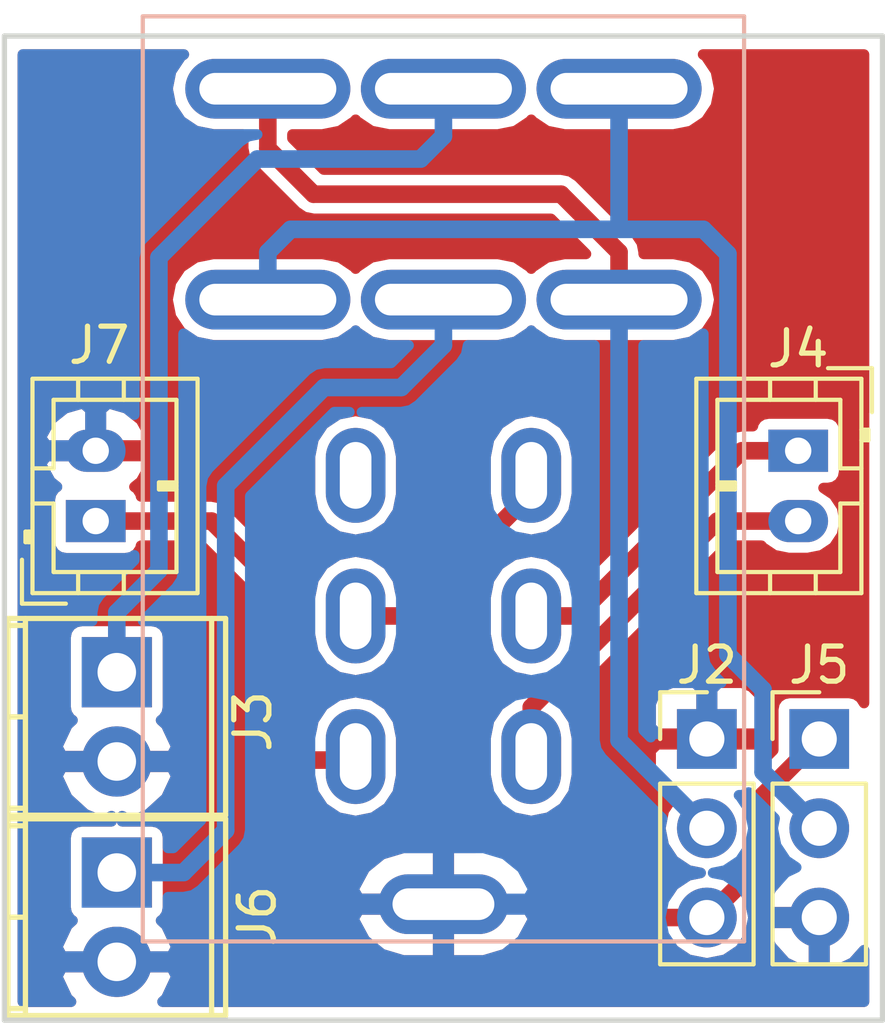
<source format=kicad_pcb>
(kicad_pcb (version 4) (host pcbnew 4.0.4-1.fc24-product)

  (general
    (links 17)
    (no_connects 0)
    (area 102.62412 68.674999 133.04762 99.917619)
    (thickness 1.6)
    (drawings 8)
    (tracks 59)
    (zones 0)
    (modules 7)
    (nets 11)
  )

  (page A4)
  (layers
    (0 F.Cu signal)
    (31 B.Cu signal)
    (32 B.Adhes user)
    (33 F.Adhes user)
    (34 B.Paste user)
    (35 F.Paste user)
    (36 B.SilkS user)
    (37 F.SilkS user)
    (38 B.Mask user)
    (39 F.Mask user)
    (40 Dwgs.User user)
    (41 Cmts.User user)
    (42 Eco1.User user)
    (43 Eco2.User user)
    (44 Edge.Cuts user)
    (45 Margin user)
    (46 B.CrtYd user)
    (47 F.CrtYd user)
    (48 B.Fab user)
    (49 F.Fab user)
  )

  (setup
    (last_trace_width 0.5)
    (trace_clearance 0.3)
    (zone_clearance 0.3)
    (zone_45_only no)
    (trace_min 0.5)
    (segment_width 0.2)
    (edge_width 0.15)
    (via_size 0.6)
    (via_drill 0.4)
    (via_min_size 0.4)
    (via_min_drill 0.3)
    (uvia_size 0.3)
    (uvia_drill 0.1)
    (uvias_allowed no)
    (uvia_min_size 0.2)
    (uvia_min_drill 0.1)
    (pcb_text_width 0.3)
    (pcb_text_size 1.5 1.5)
    (mod_edge_width 0.15)
    (mod_text_size 1 1)
    (mod_text_width 0.15)
    (pad_size 1.8 4.7)
    (pad_drill 1)
    (pad_to_mask_clearance 0.2)
    (aux_axis_origin 0 0)
    (visible_elements 7FFFFFFF)
    (pcbplotparams
      (layerselection 0x010fc_80000001)
      (usegerberextensions true)
      (excludeedgelayer true)
      (linewidth 0.100000)
      (plotframeref false)
      (viasonmask false)
      (mode 1)
      (useauxorigin false)
      (hpglpennumber 1)
      (hpglpenspeed 20)
      (hpglpendiameter 15)
      (hpglpenoverlay 2)
      (psnegative false)
      (psa4output false)
      (plotreference true)
      (plotvalue true)
      (plotinvisibletext false)
      (padsonsilk false)
      (subtractmaskfromsilk false)
      (outputformat 1)
      (mirror false)
      (drillshape 0)
      (scaleselection 1)
      (outputdirectory ../../GERBER/J0/BND/))
  )

  (net 0 "")
  (net 1 /N_+)
  (net 2 /B_+)
  (net 3 "Net-(J1-Pad7)")
  (net 4 /OUT)
  (net 5 /BT_O)
  (net 6 /V_O)
  (net 7 /V_I)
  (net 8 Earth)
  (net 9 /O2)
  (net 10 /O1)

  (net_class Default "This is the default net class."
    (clearance 0.3)
    (trace_width 0.5)
    (via_dia 0.6)
    (via_drill 0.4)
    (uvia_dia 0.3)
    (uvia_drill 0.1)
    (add_net /BT_O)
    (add_net /B_+)
    (add_net /N_+)
    (add_net /O1)
    (add_net /O2)
    (add_net /OUT)
    (add_net /V_I)
    (add_net /V_O)
    (add_net Earth)
    (add_net "Net-(J1-Pad7)")
  )

  (module LIBS:TerminalBlock_Phoenix_MPT-2.54mm_2pol (layer F.Cu) (tedit 5AE538F9) (tstamp 5AE538DC)
    (at 108.2 88.1 270)
    (descr "2-way 2.54mm pitch terminal block, Phoenix MPT series")
    (path /5AE4EB53)
    (fp_text reference J3 (at 1.4 -3.875001 270) (layer F.SilkS)
      (effects (font (size 1 1) (thickness 0.15)))
    )
    (fp_text value Conn_01x02 (at 1.27 4.50088 270) (layer F.Fab) hide
      (effects (font (size 1 1) (thickness 0.15)))
    )
    (fp_text user %R (at 1.27 1.045 270) (layer F.Fab) hide
      (effects (font (size 1 1) (thickness 0.15)))
    )
    (fp_line (start -1.7 -3.3) (end 4.3 -3.3) (layer F.CrtYd) (width 0.05))
    (fp_line (start -1.7 3.3) (end -1.7 -3.3) (layer F.CrtYd) (width 0.05))
    (fp_line (start 4.3 3.3) (end -1.7 3.3) (layer F.CrtYd) (width 0.05))
    (fp_line (start 4.3 -3.3) (end 4.3 3.3) (layer F.CrtYd) (width 0.05))
    (fp_line (start 4.06908 2.60096) (end -1.52908 2.60096) (layer F.SilkS) (width 0.15))
    (fp_line (start -1.33096 3.0988) (end -1.33096 2.60096) (layer F.SilkS) (width 0.15))
    (fp_line (start 3.87096 2.60096) (end 3.87096 3.0988) (layer F.SilkS) (width 0.15))
    (fp_line (start 1.27 3.0988) (end 1.27 2.60096) (layer F.SilkS) (width 0.15))
    (fp_line (start -1.52908 -2.70002) (end 4.06908 -2.70002) (layer F.SilkS) (width 0.15))
    (fp_line (start -1.52908 3.0988) (end 4.06908 3.0988) (layer F.SilkS) (width 0.15))
    (fp_line (start 4.06908 3.0988) (end 4.06908 -3.0988) (layer F.SilkS) (width 0.15))
    (fp_line (start 4.06908 -3.0988) (end -1.52908 -3.0988) (layer F.SilkS) (width 0.15))
    (fp_line (start -1.52908 -3.0988) (end -1.52908 3.0988) (layer F.SilkS) (width 0.15))
    (pad 2 thru_hole oval (at 2.54 0 270) (size 1.99898 1.99898) (drill 1.09728) (layers *.Cu *.Mask)
      (net 8 Earth))
    (pad 1 thru_hole rect (at 0 0 270) (size 1.99898 1.99898) (drill 1.09728) (layers *.Cu *.Mask)
      (net 1 /N_+))
    (model ${KISYS3DMOD}/TerminalBlock_Phoenix.3dshapes/TerminalBlock_Phoenix_MPT-2.54mm_2pol.wrl
      (at (xyz 0.05 0 0))
      (scale (xyz 1 1 1))
      (rotate (xyz 0 0 0))
    )
  )

  (module Connectors_JST:JST_PH_B2B-PH-K_02x2.00mm_Straight (layer F.Cu) (tedit 5AE4F482) (tstamp 5AE4F16D)
    (at 107.6 83.8 90)
    (descr "JST PH series connector, B2B-PH-K, top entry type, through hole, Datasheet: http://www.jst-mfg.com/product/pdf/eng/ePH.pdf")
    (tags "connector jst ph")
    (path /5AE4F048)
    (fp_text reference J7 (at 5 0.1 180) (layer F.SilkS)
      (effects (font (size 1 1) (thickness 0.15)))
    )
    (fp_text value Conn_01x02 (at 1 3.8 90) (layer F.Fab) hide
      (effects (font (size 1 1) (thickness 0.15)))
    )
    (fp_line (start -2.05 -1.8) (end -2.05 2.9) (layer F.SilkS) (width 0.12))
    (fp_line (start -2.05 2.9) (end 4.05 2.9) (layer F.SilkS) (width 0.12))
    (fp_line (start 4.05 2.9) (end 4.05 -1.8) (layer F.SilkS) (width 0.12))
    (fp_line (start 4.05 -1.8) (end -2.05 -1.8) (layer F.SilkS) (width 0.12))
    (fp_line (start 0.5 -1.8) (end 0.5 -1.2) (layer F.SilkS) (width 0.12))
    (fp_line (start 0.5 -1.2) (end -1.45 -1.2) (layer F.SilkS) (width 0.12))
    (fp_line (start -1.45 -1.2) (end -1.45 2.3) (layer F.SilkS) (width 0.12))
    (fp_line (start -1.45 2.3) (end 3.45 2.3) (layer F.SilkS) (width 0.12))
    (fp_line (start 3.45 2.3) (end 3.45 -1.2) (layer F.SilkS) (width 0.12))
    (fp_line (start 3.45 -1.2) (end 1.5 -1.2) (layer F.SilkS) (width 0.12))
    (fp_line (start 1.5 -1.2) (end 1.5 -1.8) (layer F.SilkS) (width 0.12))
    (fp_line (start -2.05 -0.5) (end -1.45 -0.5) (layer F.SilkS) (width 0.12))
    (fp_line (start -2.05 0.8) (end -1.45 0.8) (layer F.SilkS) (width 0.12))
    (fp_line (start 4.05 -0.5) (end 3.45 -0.5) (layer F.SilkS) (width 0.12))
    (fp_line (start 4.05 0.8) (end 3.45 0.8) (layer F.SilkS) (width 0.12))
    (fp_line (start -0.3 -1.8) (end -0.3 -2) (layer F.SilkS) (width 0.12))
    (fp_line (start -0.3 -2) (end -0.6 -2) (layer F.SilkS) (width 0.12))
    (fp_line (start -0.6 -2) (end -0.6 -1.8) (layer F.SilkS) (width 0.12))
    (fp_line (start -0.3 -1.9) (end -0.6 -1.9) (layer F.SilkS) (width 0.12))
    (fp_line (start 0.9 2.3) (end 0.9 1.8) (layer F.SilkS) (width 0.12))
    (fp_line (start 0.9 1.8) (end 1.1 1.8) (layer F.SilkS) (width 0.12))
    (fp_line (start 1.1 1.8) (end 1.1 2.3) (layer F.SilkS) (width 0.12))
    (fp_line (start 1 2.3) (end 1 1.8) (layer F.SilkS) (width 0.12))
    (fp_line (start -1.1 -2.1) (end -2.35 -2.1) (layer F.SilkS) (width 0.12))
    (fp_line (start -2.35 -2.1) (end -2.35 -0.85) (layer F.SilkS) (width 0.12))
    (fp_line (start -1.1 -2.1) (end -2.35 -2.1) (layer F.Fab) (width 0.1))
    (fp_line (start -2.35 -2.1) (end -2.35 -0.85) (layer F.Fab) (width 0.1))
    (fp_line (start -1.95 -1.7) (end -1.95 2.8) (layer F.Fab) (width 0.1))
    (fp_line (start -1.95 2.8) (end 3.95 2.8) (layer F.Fab) (width 0.1))
    (fp_line (start 3.95 2.8) (end 3.95 -1.7) (layer F.Fab) (width 0.1))
    (fp_line (start 3.95 -1.7) (end -1.95 -1.7) (layer F.Fab) (width 0.1))
    (fp_line (start -2.45 -2.2) (end -2.45 3.3) (layer F.CrtYd) (width 0.05))
    (fp_line (start -2.45 3.3) (end 4.45 3.3) (layer F.CrtYd) (width 0.05))
    (fp_line (start 4.45 3.3) (end 4.45 -2.2) (layer F.CrtYd) (width 0.05))
    (fp_line (start 4.45 -2.2) (end -2.45 -2.2) (layer F.CrtYd) (width 0.05))
    (fp_text user %R (at 1 1.5 90) (layer F.Fab) hide
      (effects (font (size 1 1) (thickness 0.15)))
    )
    (pad 1 thru_hole rect (at 0 0 90) (size 1.2 1.7) (drill 0.75) (layers *.Cu *.Mask)
      (net 5 /BT_O))
    (pad 2 thru_hole oval (at 2 0 90) (size 1.2 1.7) (drill 0.75) (layers *.Cu *.Mask)
      (net 8 Earth))
    (model ${KISYS3DMOD}/Connectors_JST.3dshapes/JST_PH_B2B-PH-K_02x2.00mm_Straight.wrl
      (at (xyz 0 0 0))
      (scale (xyz 1 1 1))
      (rotate (xyz 0 0 0))
    )
  )

  (module Pin_Headers:Pin_Header_Straight_1x03_Pitch2.54mm (layer F.Cu) (tedit 5AE5362B) (tstamp 5AE53434)
    (at 128.2 90)
    (descr "Through hole straight pin header, 1x03, 2.54mm pitch, single row")
    (tags "Through hole pin header THT 1x03 2.54mm single row")
    (path /5AE533B1)
    (fp_text reference J5 (at 0 -2.1) (layer F.SilkS)
      (effects (font (size 1 1) (thickness 0.15)))
    )
    (fp_text value Conn_01x03 (at 0 7.41) (layer F.Fab) hide
      (effects (font (size 1 1) (thickness 0.15)))
    )
    (fp_line (start -0.635 -1.27) (end 1.27 -1.27) (layer F.Fab) (width 0.1))
    (fp_line (start 1.27 -1.27) (end 1.27 6.35) (layer F.Fab) (width 0.1))
    (fp_line (start 1.27 6.35) (end -1.27 6.35) (layer F.Fab) (width 0.1))
    (fp_line (start -1.27 6.35) (end -1.27 -0.635) (layer F.Fab) (width 0.1))
    (fp_line (start -1.27 -0.635) (end -0.635 -1.27) (layer F.Fab) (width 0.1))
    (fp_line (start -1.33 6.41) (end 1.33 6.41) (layer F.SilkS) (width 0.12))
    (fp_line (start -1.33 1.27) (end -1.33 6.41) (layer F.SilkS) (width 0.12))
    (fp_line (start 1.33 1.27) (end 1.33 6.41) (layer F.SilkS) (width 0.12))
    (fp_line (start -1.33 1.27) (end 1.33 1.27) (layer F.SilkS) (width 0.12))
    (fp_line (start -1.33 0) (end -1.33 -1.33) (layer F.SilkS) (width 0.12))
    (fp_line (start -1.33 -1.33) (end 0 -1.33) (layer F.SilkS) (width 0.12))
    (fp_line (start -1.8 -1.8) (end -1.8 6.85) (layer F.CrtYd) (width 0.05))
    (fp_line (start -1.8 6.85) (end 1.8 6.85) (layer F.CrtYd) (width 0.05))
    (fp_line (start 1.8 6.85) (end 1.8 -1.8) (layer F.CrtYd) (width 0.05))
    (fp_line (start 1.8 -1.8) (end -1.8 -1.8) (layer F.CrtYd) (width 0.05))
    (fp_text user %R (at 0 2.54 90) (layer F.Fab) hide
      (effects (font (size 1 1) (thickness 0.15)))
    )
    (pad 1 thru_hole rect (at 0 0) (size 1.7 1.7) (drill 1) (layers *.Cu *.Mask)
      (net 4 /OUT))
    (pad 2 thru_hole oval (at 0 2.54) (size 1.7 1.7) (drill 1) (layers *.Cu *.Mask)
      (net 9 /O2))
    (pad 3 thru_hole oval (at 0 5.08) (size 1.7 1.7) (drill 1) (layers *.Cu *.Mask)
      (net 8 Earth))
    (model ${KISYS3DMOD}/Pin_Headers.3dshapes/Pin_Header_Straight_1x03_Pitch2.54mm.wrl
      (at (xyz 0 0 0))
      (scale (xyz 1 1 1))
      (rotate (xyz 0 0 0))
    )
  )

  (module Connectors_JST:JST_PH_B2B-PH-K_02x2.00mm_Straight (layer F.Cu) (tedit 5AE4F486) (tstamp 5AE4F158)
    (at 127.6 81.8 270)
    (descr "JST PH series connector, B2B-PH-K, top entry type, through hole, Datasheet: http://www.jst-mfg.com/product/pdf/eng/ePH.pdf")
    (tags "connector jst ph")
    (path /5AE4EEB8)
    (fp_text reference J4 (at -2.9 0 360) (layer F.SilkS)
      (effects (font (size 1 1) (thickness 0.15)))
    )
    (fp_text value Conn_01x02 (at 1 3.8 270) (layer F.Fab) hide
      (effects (font (size 1 1) (thickness 0.15)))
    )
    (fp_line (start -2.05 -1.8) (end -2.05 2.9) (layer F.SilkS) (width 0.12))
    (fp_line (start -2.05 2.9) (end 4.05 2.9) (layer F.SilkS) (width 0.12))
    (fp_line (start 4.05 2.9) (end 4.05 -1.8) (layer F.SilkS) (width 0.12))
    (fp_line (start 4.05 -1.8) (end -2.05 -1.8) (layer F.SilkS) (width 0.12))
    (fp_line (start 0.5 -1.8) (end 0.5 -1.2) (layer F.SilkS) (width 0.12))
    (fp_line (start 0.5 -1.2) (end -1.45 -1.2) (layer F.SilkS) (width 0.12))
    (fp_line (start -1.45 -1.2) (end -1.45 2.3) (layer F.SilkS) (width 0.12))
    (fp_line (start -1.45 2.3) (end 3.45 2.3) (layer F.SilkS) (width 0.12))
    (fp_line (start 3.45 2.3) (end 3.45 -1.2) (layer F.SilkS) (width 0.12))
    (fp_line (start 3.45 -1.2) (end 1.5 -1.2) (layer F.SilkS) (width 0.12))
    (fp_line (start 1.5 -1.2) (end 1.5 -1.8) (layer F.SilkS) (width 0.12))
    (fp_line (start -2.05 -0.5) (end -1.45 -0.5) (layer F.SilkS) (width 0.12))
    (fp_line (start -2.05 0.8) (end -1.45 0.8) (layer F.SilkS) (width 0.12))
    (fp_line (start 4.05 -0.5) (end 3.45 -0.5) (layer F.SilkS) (width 0.12))
    (fp_line (start 4.05 0.8) (end 3.45 0.8) (layer F.SilkS) (width 0.12))
    (fp_line (start -0.3 -1.8) (end -0.3 -2) (layer F.SilkS) (width 0.12))
    (fp_line (start -0.3 -2) (end -0.6 -2) (layer F.SilkS) (width 0.12))
    (fp_line (start -0.6 -2) (end -0.6 -1.8) (layer F.SilkS) (width 0.12))
    (fp_line (start -0.3 -1.9) (end -0.6 -1.9) (layer F.SilkS) (width 0.12))
    (fp_line (start 0.9 2.3) (end 0.9 1.8) (layer F.SilkS) (width 0.12))
    (fp_line (start 0.9 1.8) (end 1.1 1.8) (layer F.SilkS) (width 0.12))
    (fp_line (start 1.1 1.8) (end 1.1 2.3) (layer F.SilkS) (width 0.12))
    (fp_line (start 1 2.3) (end 1 1.8) (layer F.SilkS) (width 0.12))
    (fp_line (start -1.1 -2.1) (end -2.35 -2.1) (layer F.SilkS) (width 0.12))
    (fp_line (start -2.35 -2.1) (end -2.35 -0.85) (layer F.SilkS) (width 0.12))
    (fp_line (start -1.1 -2.1) (end -2.35 -2.1) (layer F.Fab) (width 0.1))
    (fp_line (start -2.35 -2.1) (end -2.35 -0.85) (layer F.Fab) (width 0.1))
    (fp_line (start -1.95 -1.7) (end -1.95 2.8) (layer F.Fab) (width 0.1))
    (fp_line (start -1.95 2.8) (end 3.95 2.8) (layer F.Fab) (width 0.1))
    (fp_line (start 3.95 2.8) (end 3.95 -1.7) (layer F.Fab) (width 0.1))
    (fp_line (start 3.95 -1.7) (end -1.95 -1.7) (layer F.Fab) (width 0.1))
    (fp_line (start -2.45 -2.2) (end -2.45 3.3) (layer F.CrtYd) (width 0.05))
    (fp_line (start -2.45 3.3) (end 4.45 3.3) (layer F.CrtYd) (width 0.05))
    (fp_line (start 4.45 3.3) (end 4.45 -2.2) (layer F.CrtYd) (width 0.05))
    (fp_line (start 4.45 -2.2) (end -2.45 -2.2) (layer F.CrtYd) (width 0.05))
    (fp_text user %R (at 1 1.5 270) (layer F.Fab) hide
      (effects (font (size 1 1) (thickness 0.15)))
    )
    (pad 1 thru_hole rect (at 0 0 270) (size 1.2 1.7) (drill 0.75) (layers *.Cu *.Mask)
      (net 6 /V_O))
    (pad 2 thru_hole oval (at 2 0 270) (size 1.2 1.7) (drill 0.75) (layers *.Cu *.Mask)
      (net 7 /V_I))
    (model ${KISYS3DMOD}/Connectors_JST.3dshapes/JST_PH_B2B-PH-K_02x2.00mm_Straight.wrl
      (at (xyz 0 0 0))
      (scale (xyz 1 1 1))
      (rotate (xyz 0 0 0))
    )
  )

  (module Pin_Headers:Pin_Header_Straight_1x03_Pitch2.54mm (layer F.Cu) (tedit 5AE53627) (tstamp 5AE5342D)
    (at 125 90)
    (descr "Through hole straight pin header, 1x03, 2.54mm pitch, single row")
    (tags "Through hole pin header THT 1x03 2.54mm single row")
    (path /5AE53374)
    (fp_text reference J2 (at 0 -2.1 180) (layer F.SilkS)
      (effects (font (size 1 1) (thickness 0.15)))
    )
    (fp_text value Conn_01x03 (at 0 7.41) (layer F.Fab) hide
      (effects (font (size 1 1) (thickness 0.15)))
    )
    (fp_line (start -0.635 -1.27) (end 1.27 -1.27) (layer F.Fab) (width 0.1))
    (fp_line (start 1.27 -1.27) (end 1.27 6.35) (layer F.Fab) (width 0.1))
    (fp_line (start 1.27 6.35) (end -1.27 6.35) (layer F.Fab) (width 0.1))
    (fp_line (start -1.27 6.35) (end -1.27 -0.635) (layer F.Fab) (width 0.1))
    (fp_line (start -1.27 -0.635) (end -0.635 -1.27) (layer F.Fab) (width 0.1))
    (fp_line (start -1.33 6.41) (end 1.33 6.41) (layer F.SilkS) (width 0.12))
    (fp_line (start -1.33 1.27) (end -1.33 6.41) (layer F.SilkS) (width 0.12))
    (fp_line (start 1.33 1.27) (end 1.33 6.41) (layer F.SilkS) (width 0.12))
    (fp_line (start -1.33 1.27) (end 1.33 1.27) (layer F.SilkS) (width 0.12))
    (fp_line (start -1.33 0) (end -1.33 -1.33) (layer F.SilkS) (width 0.12))
    (fp_line (start -1.33 -1.33) (end 0 -1.33) (layer F.SilkS) (width 0.12))
    (fp_line (start -1.8 -1.8) (end -1.8 6.85) (layer F.CrtYd) (width 0.05))
    (fp_line (start -1.8 6.85) (end 1.8 6.85) (layer F.CrtYd) (width 0.05))
    (fp_line (start 1.8 6.85) (end 1.8 -1.8) (layer F.CrtYd) (width 0.05))
    (fp_line (start 1.8 -1.8) (end -1.8 -1.8) (layer F.CrtYd) (width 0.05))
    (fp_text user %R (at 0 2.54 90) (layer F.Fab) hide
      (effects (font (size 1 1) (thickness 0.15)))
    )
    (pad 1 thru_hole rect (at 0 0) (size 1.7 1.7) (drill 1) (layers *.Cu *.Mask)
      (net 8 Earth))
    (pad 2 thru_hole oval (at 0 2.54) (size 1.7 1.7) (drill 1) (layers *.Cu *.Mask)
      (net 10 /O1))
    (pad 3 thru_hole oval (at 0 5.08) (size 1.7 1.7) (drill 1) (layers *.Cu *.Mask)
      (net 4 /OUT))
    (model ${KISYS3DMOD}/Pin_Headers.3dshapes/Pin_Header_Straight_1x03_Pitch2.54mm.wrl
      (at (xyz 0 0 0))
      (scale (xyz 1 1 1))
      (rotate (xyz 0 0 0))
    )
  )

  (module LIBS:TerminalBlock_Phoenix_MPT-2.54mm_2pol (layer F.Cu) (tedit 5AE538EB) (tstamp 5AE538E2)
    (at 108.2 93.8 270)
    (descr "2-way 2.54mm pitch terminal block, Phoenix MPT series")
    (path /5AE4EB86)
    (fp_text reference J6 (at 1.24 -4 270) (layer F.SilkS)
      (effects (font (size 1 1) (thickness 0.15)))
    )
    (fp_text value Conn_01x02 (at 1.27 4.50088 270) (layer F.Fab) hide
      (effects (font (size 1 1) (thickness 0.15)))
    )
    (fp_text user %R (at 1.27 1.045 270) (layer F.Fab) hide
      (effects (font (size 1 1) (thickness 0.15)))
    )
    (fp_line (start -1.7 -3.3) (end 4.3 -3.3) (layer F.CrtYd) (width 0.05))
    (fp_line (start -1.7 3.3) (end -1.7 -3.3) (layer F.CrtYd) (width 0.05))
    (fp_line (start 4.3 3.3) (end -1.7 3.3) (layer F.CrtYd) (width 0.05))
    (fp_line (start 4.3 -3.3) (end 4.3 3.3) (layer F.CrtYd) (width 0.05))
    (fp_line (start 4.06908 2.60096) (end -1.52908 2.60096) (layer F.SilkS) (width 0.15))
    (fp_line (start -1.33096 3.0988) (end -1.33096 2.60096) (layer F.SilkS) (width 0.15))
    (fp_line (start 3.87096 2.60096) (end 3.87096 3.0988) (layer F.SilkS) (width 0.15))
    (fp_line (start 1.27 3.0988) (end 1.27 2.60096) (layer F.SilkS) (width 0.15))
    (fp_line (start -1.52908 -2.70002) (end 4.06908 -2.70002) (layer F.SilkS) (width 0.15))
    (fp_line (start -1.52908 3.0988) (end 4.06908 3.0988) (layer F.SilkS) (width 0.15))
    (fp_line (start 4.06908 3.0988) (end 4.06908 -3.0988) (layer F.SilkS) (width 0.15))
    (fp_line (start 4.06908 -3.0988) (end -1.52908 -3.0988) (layer F.SilkS) (width 0.15))
    (fp_line (start -1.52908 -3.0988) (end -1.52908 3.0988) (layer F.SilkS) (width 0.15))
    (pad 2 thru_hole oval (at 2.54 0 270) (size 1.99898 1.99898) (drill 1.09728) (layers *.Cu *.Mask)
      (net 8 Earth))
    (pad 1 thru_hole rect (at 0 0 270) (size 1.99898 1.99898) (drill 1.09728) (layers *.Cu *.Mask)
      (net 2 /B_+))
    (model ${KISYS3DMOD}/TerminalBlock_Phoenix.3dshapes/TerminalBlock_Phoenix_MPT-2.54mm_2pol.wrl
      (at (xyz 0.05 0 0))
      (scale (xyz 1 1 1))
      (rotate (xyz 0 0 0))
    )
  )

  (module LIBS:Bournes_Blend_PP (layer B.Cu) (tedit 5AE78596) (tstamp 5AE7877A)
    (at 112.5 71.5 90)
    (descr "Potentiometer, vertically mounted, Omeg PC16PU, Omeg PC16PU, Omeg PC16PU, Vishay/Spectrol 248GJ/249GJ Single, Vishay/Spectrol 248GJ/249GJ Single, Vishay/Spectrol 248GJ/249GJ Single, Vishay/Spectrol 248GH/249GH Single, Vishay/Spectrol 148/149 Single, Vishay/Spectrol 148/149 Single, Vishay/Spectrol 148/149 Single, Vishay/Spectrol 148A/149A Single with mounting plates, Vishay/Spectrol 148/149 Double, Vishay/Spectrol 148A/149A Double with mounting plates, Piher PC-16 Single, Piher PC-16 Single, Piher PC-16 Single, Piher PC-16SV Single, Piher PC-16 Double, Piher PC-16 Triple, Piher T16H Single, Piher T16L Single, Piher T16H Double, Alps RK163 Single, Alps RK163 Double, Alps RK097 Single, Alps RK097 Double, http://www.alps.com/prod/info/E/HTML/Potentiometer/RotaryPotentiometers/RK097/RK09712100AV.html")
    (tags "Potentiometer vertical  Omeg PC16PU  Omeg PC16PU  Omeg PC16PU  Vishay/Spectrol 248GJ/249GJ Single  Vishay/Spectrol 248GJ/249GJ Single  Vishay/Spectrol 248GJ/249GJ Single  Vishay/Spectrol 248GH/249GH Single  Vishay/Spectrol 148/149 Single  Vishay/Spectrol 148/149 Single  Vishay/Spectrol 148/149 Single  Vishay/Spectrol 148A/149A Single with mounting plates  Vishay/Spectrol 148/149 Double  Vishay/Spectrol 148A/149A Double with mounting plates  Piher PC-16 Single  Piher PC-16 Single  Piher PC-16 Single  Piher PC-16SV Single  Piher PC-16 Double  Piher PC-16 Triple  Piher T16H Single  Piher T16L Single  Piher T16H Double  Alps RK163 Single  Alps RK163 Double  Alps RK097 Single  Alps RK097 Double Dual Shaft")
    (path /5AE4EAE8)
    (fp_text reference J1 (at -10.8 14.6 90) (layer B.SilkS) hide
      (effects (font (size 1 1) (thickness 0.15)) (justify mirror))
    )
    (fp_text value Conn_01x13 (at -10 -4.7 90) (layer B.Fab) hide
      (effects (font (size 1 1) (thickness 0.15)) (justify mirror))
    )
    (fp_line (start -24.2 13.5) (end -24.2 -3.5) (layer B.Fab) (width 0.1))
    (fp_line (start -24.2 -3.5) (end 2 -3.5) (layer B.Fab) (width 0.1))
    (fp_line (start 2 -3.5) (end 2 13.5) (layer B.Fab) (width 0.1))
    (fp_line (start 2 13.5) (end -24.2 13.5) (layer B.Fab) (width 0.1))
    (fp_line (start -24.26 13.56) (end 2.06 13.56) (layer B.SilkS) (width 0.12))
    (fp_line (start -24.26 -3.56) (end 2.06 -3.56) (layer B.SilkS) (width 0.12))
    (fp_line (start -24.26 13.56) (end -24.26 -3.56) (layer B.SilkS) (width 0.12))
    (fp_line (start 2.06 13.56) (end 2.06 -3.56) (layer B.SilkS) (width 0.12))
    (fp_line (start -24.7 14) (end -24.7 -4) (layer B.CrtYd) (width 0.05))
    (fp_line (start -24.7 -4) (end 2.5 -4) (layer B.CrtYd) (width 0.05))
    (fp_line (start 2.5 -4) (end 2.5 14) (layer B.CrtYd) (width 0.05))
    (fp_line (start 2.5 14) (end -24.7 14) (layer B.CrtYd) (width 0.05))
    (pad 3 thru_hole oval (at 0 10 90) (size 1.7 4.7) (drill oval 0.9 3.9) (layers *.Cu *.Mask)
      (net 9 /O2))
    (pad 2 thru_hole oval (at 0 5 90) (size 1.7 4.7) (drill oval 0.9 3.9) (layers *.Cu *.Mask)
      (net 1 /N_+))
    (pad 1 thru_hole oval (at 0 0 90) (size 1.7 4.7) (drill oval 0.9 3.9) (layers *.Cu *.Mask)
      (net 10 /O1))
    (pad 6 thru_hole oval (at -6 10 90) (size 1.7 4.7) (drill oval 0.9 3.9) (layers *.Cu *.Mask)
      (net 10 /O1))
    (pad 5 thru_hole oval (at -6 5 90) (size 1.7 4.7) (drill oval 0.9 3.9) (layers *.Cu *.Mask)
      (net 2 /B_+))
    (pad 4 thru_hole oval (at -6 0 90) (size 1.7 4.7) (drill oval 0.9 3.9) (layers *.Cu *.Mask)
      (net 9 /O2))
    (pad 7 thru_hole oval (at -11 2.5 90) (size 2.7 1.7) (drill oval 1.9 0.9) (layers *.Cu *.Mask)
      (net 3 "Net-(J1-Pad7)"))
    (pad 8 thru_hole oval (at -15 2.5 90) (size 2.7 1.7) (drill oval 1.9 0.9) (layers *.Cu *.Mask)
      (net 4 /OUT))
    (pad 9 thru_hole oval (at -19 2.5 90) (size 2.7 1.7) (drill oval 1.9 0.9) (layers *.Cu *.Mask)
      (net 5 /BT_O))
    (pad 10 thru_hole oval (at -11 7.5 90) (size 2.7 1.7) (drill oval 1.9 0.9) (layers *.Cu *.Mask)
      (net 4 /OUT))
    (pad 11 thru_hole oval (at -15 7.5 90) (size 2.7 1.7) (drill oval 1.9 0.9) (layers *.Cu *.Mask)
      (net 6 /V_O))
    (pad 12 thru_hole oval (at -19 7.5 90) (size 2.7 1.7) (drill oval 1.9 0.9) (layers *.Cu *.Mask)
      (net 7 /V_I))
    (pad 13 thru_hole oval (at -23.2 5 90) (size 1.7 3.7) (drill oval 0.9 2.9) (layers *.Cu *.Mask)
      (net 8 Earth))
    (model Potentiometers.3dshapes/Potentiometer_Alps_RK097_Double_Vertical.wrl
      (at (xyz 0 0 0))
      (scale (xyz 0.393701 0.393701 0.393701))
      (rotate (xyz 0 0 0))
    )
  )

  (gr_line (start 105.3 97.7) (end 105.3 70.3) (angle 90) (layer Margin) (width 0.2))
  (gr_line (start 129.7 97.7) (end 105.3 97.7) (angle 90) (layer Margin) (width 0.2))
  (gr_line (start 129.7 70.3) (end 129.7 97.7) (angle 90) (layer Margin) (width 0.2))
  (gr_line (start 105.3 70.3) (end 129.7 70.3) (angle 90) (layer Margin) (width 0.2))
  (gr_line (start 105 98) (end 105 70) (angle 90) (layer Edge.Cuts) (width 0.15))
  (gr_line (start 130 98) (end 105 98) (angle 90) (layer Edge.Cuts) (width 0.15))
  (gr_line (start 130 70) (end 130 98) (angle 90) (layer Edge.Cuts) (width 0.15))
  (gr_line (start 105 70) (end 130 70) (angle 90) (layer Edge.Cuts) (width 0.15))

  (segment (start 108.2 86.4) (end 108.2 88.1) (width 0.5) (layer B.Cu) (net 1))
  (segment (start 117.5 71.5) (end 117.5 72.85) (width 0.5) (layer B.Cu) (net 1))
  (segment (start 117.5 72.85) (end 116.85 73.5) (width 0.5) (layer B.Cu) (net 1))
  (segment (start 112.2 73.5) (end 109.4 76.3) (width 0.5) (layer B.Cu) (net 1))
  (segment (start 116.85 73.5) (end 112.2 73.5) (width 0.5) (layer B.Cu) (net 1))
  (segment (start 109.4 76.3) (end 109.4 85.2) (width 0.5) (layer B.Cu) (net 1))
  (segment (start 109.4 85.2) (end 108.2 86.4) (width 0.5) (layer B.Cu) (net 1))
  (segment (start 110.09949 93.8) (end 108.2 93.8) (width 0.5) (layer B.Cu) (net 2))
  (segment (start 114.1 80) (end 116.3 80) (width 0.5) (layer B.Cu) (net 2))
  (segment (start 110.09949 93.8) (end 111.3 92.59949) (width 0.5) (layer B.Cu) (net 2))
  (segment (start 111.3 92.59949) (end 111.3 82.8) (width 0.5) (layer B.Cu) (net 2))
  (segment (start 111.3 82.8) (end 114.1 80) (width 0.5) (layer B.Cu) (net 2))
  (segment (start 116.3 80) (end 117.5 78.8) (width 0.5) (layer B.Cu) (net 2))
  (segment (start 117.5 78.8) (end 117.5 77.5) (width 0.5) (layer B.Cu) (net 2))
  (segment (start 117.5 91.2) (end 117.5 86.5) (width 0.5) (layer F.Cu) (net 4))
  (segment (start 117.5 86.5) (end 117.5 85.5) (width 0.5) (layer F.Cu) (net 4))
  (segment (start 115 86.5) (end 116.35 86.5) (width 0.5) (layer F.Cu) (net 4))
  (segment (start 116.35 86.5) (end 117.5 86.5) (width 0.5) (layer F.Cu) (net 4))
  (segment (start 125 95.08) (end 121.38 95.08) (width 0.5) (layer F.Cu) (net 4))
  (segment (start 121.38 95.08) (end 117.5 91.2) (width 0.5) (layer F.Cu) (net 4))
  (segment (start 117.5 85.5) (end 120 83) (width 0.5) (layer F.Cu) (net 4))
  (segment (start 120 83) (end 120 82.5) (width 0.5) (layer F.Cu) (net 4))
  (segment (start 125 95.08) (end 126.6 93.48) (width 0.5) (layer F.Cu) (net 4))
  (segment (start 126.6 93.48) (end 126.6 91.6) (width 0.5) (layer F.Cu) (net 4))
  (segment (start 126.6 91.6) (end 128.2 90) (width 0.5) (layer F.Cu) (net 4))
  (segment (start 120 82) (end 120 82.5) (width 0.5) (layer F.Cu) (net 4))
  (segment (start 113 85.9) (end 110.9 83.8) (width 0.5) (layer F.Cu) (net 5))
  (segment (start 110.9 83.8) (end 107.6 83.8) (width 0.5) (layer F.Cu) (net 5))
  (segment (start 113 90) (end 113 85.9) (width 0.5) (layer F.Cu) (net 5))
  (segment (start 115 90.6) (end 113.6 90.6) (width 0.5) (layer F.Cu) (net 5))
  (segment (start 113.6 90.6) (end 113 90) (width 0.5) (layer F.Cu) (net 5))
  (segment (start 120 86.5) (end 121.3 86.5) (width 0.5) (layer F.Cu) (net 6))
  (segment (start 121.3 86.5) (end 126 81.8) (width 0.5) (layer F.Cu) (net 6))
  (segment (start 126 81.8) (end 127.6 81.8) (width 0.5) (layer F.Cu) (net 6))
  (segment (start 120 90.5) (end 120 89.1) (width 0.5) (layer F.Cu) (net 7))
  (segment (start 120 89.1) (end 120.59999 88.50001) (width 0.5) (layer F.Cu) (net 7))
  (segment (start 120.59999 88.50001) (end 120.600613 88.50001) (width 0.5) (layer F.Cu) (net 7))
  (segment (start 120.600613 88.50001) (end 121.45001 87.650613) (width 0.5) (layer F.Cu) (net 7))
  (segment (start 121.45001 87.650613) (end 121.45001 87.64999) (width 0.5) (layer F.Cu) (net 7))
  (segment (start 121.45001 87.64999) (end 125.3 83.8) (width 0.5) (layer F.Cu) (net 7))
  (segment (start 125.3 83.8) (end 127.6 83.8) (width 0.5) (layer F.Cu) (net 7))
  (segment (start 112.5 77.5) (end 112.5 76.15) (width 0.5) (layer B.Cu) (net 9))
  (segment (start 112.5 76.15) (end 113.15 75.5) (width 0.5) (layer B.Cu) (net 9))
  (segment (start 113.15 75.5) (end 122.4 75.5) (width 0.5) (layer B.Cu) (net 9))
  (segment (start 128.2 92.54) (end 126.6 90.94) (width 0.5) (layer B.Cu) (net 9))
  (segment (start 126.6 90.94) (end 126.6 88.6) (width 0.5) (layer B.Cu) (net 9))
  (segment (start 126.6 88.6) (end 125.6 87.6) (width 0.5) (layer B.Cu) (net 9))
  (segment (start 125.6 87.6) (end 125.6 76.2) (width 0.5) (layer B.Cu) (net 9))
  (segment (start 125.6 76.2) (end 124.9 75.5) (width 0.5) (layer B.Cu) (net 9))
  (segment (start 124.9 75.5) (end 122.4 75.5) (width 0.5) (layer B.Cu) (net 9))
  (segment (start 122.5 75.4) (end 122.4 75.5) (width 0.5) (layer B.Cu) (net 9))
  (segment (start 122.5 75.4) (end 122.5 71.5) (width 0.5) (layer B.Cu) (net 9))
  (segment (start 113.8 74.5) (end 112.5 73.2) (width 0.5) (layer F.Cu) (net 10))
  (segment (start 112.5 73.2) (end 112.5 71.5) (width 0.5) (layer F.Cu) (net 10))
  (segment (start 120.85 74.5) (end 113.8 74.5) (width 0.5) (layer F.Cu) (net 10))
  (segment (start 122.5 77.5) (end 122.5 76.15) (width 0.5) (layer F.Cu) (net 10))
  (segment (start 122.5 76.15) (end 120.85 74.5) (width 0.5) (layer F.Cu) (net 10))
  (segment (start 122.5 77.5) (end 122.5 90.04) (width 0.5) (layer B.Cu) (net 10))
  (segment (start 122.5 90.04) (end 125 92.54) (width 0.5) (layer B.Cu) (net 10))

  (zone (net 8) (net_name Earth) (layer B.Cu) (tstamp 5AE4F35B) (hatch edge 0.508)
    (connect_pads thru_hole_only (clearance 0.3))
    (min_thickness 0.3)
    (fill yes (arc_segments 16) (thermal_gap 0.6) (thermal_bridge_width 0.6))
    (polygon
      (pts
        (xy 129.7 97.7) (xy 105.3 97.7) (xy 105.3 70.3) (xy 129.7 70.3)
      )
    )
    (filled_polygon
      (pts
        (xy 110.025906 70.580761) (xy 109.744102 71.002512) (xy 109.645145 71.5) (xy 109.744102 71.997488) (xy 110.025906 72.419239)
        (xy 110.447657 72.701043) (xy 110.945145 72.8) (xy 112.2 72.8) (xy 111.932121 72.853284) (xy 111.705025 73.005025)
        (xy 108.905025 75.805025) (xy 108.753284 76.032121) (xy 108.753284 76.032122) (xy 108.7 76.3) (xy 108.7 80.772727)
        (xy 108.473002 80.591965) (xy 107.963284 80.445509) (xy 107.75 80.631964) (xy 107.75 81.65) (xy 107.77 81.65)
        (xy 107.77 81.95) (xy 107.75 81.95) (xy 107.75 81.97) (xy 107.45 81.97) (xy 107.45 81.95)
        (xy 106.197218 81.95) (xy 106.048342 82.158032) (xy 106.055261 82.21368) (xy 106.312126 82.677666) (xy 106.499203 82.826638)
        (xy 106.430081 82.871117) (xy 106.327332 83.021495) (xy 106.291184 83.2) (xy 106.291184 84.4) (xy 106.322562 84.56676)
        (xy 106.421117 84.719919) (xy 106.571495 84.822668) (xy 106.75 84.858816) (xy 108.45 84.858816) (xy 108.61676 84.827438)
        (xy 108.7 84.773875) (xy 108.7 84.91005) (xy 107.705025 85.905025) (xy 107.553284 86.132121) (xy 107.553284 86.132122)
        (xy 107.5 86.4) (xy 107.5 86.641694) (xy 107.20051 86.641694) (xy 107.03375 86.673072) (xy 106.880591 86.771627)
        (xy 106.777842 86.922005) (xy 106.741694 87.10051) (xy 106.741694 89.09949) (xy 106.773072 89.26625) (xy 106.871627 89.419409)
        (xy 106.94036 89.466372) (xy 106.792174 89.60136) (xy 106.501868 90.219173) (xy 106.644443 90.49) (xy 108.05 90.49)
        (xy 108.05 90.47) (xy 108.35 90.47) (xy 108.35 90.49) (xy 109.755557 90.49) (xy 109.898132 90.219173)
        (xy 109.607826 89.60136) (xy 109.459937 89.466642) (xy 109.519409 89.428373) (xy 109.622158 89.277995) (xy 109.658306 89.09949)
        (xy 109.658306 87.10051) (xy 109.626928 86.93375) (xy 109.528373 86.780591) (xy 109.377995 86.677842) (xy 109.19949 86.641694)
        (xy 108.948256 86.641694) (xy 109.894975 85.694975) (xy 110.046715 85.467879) (xy 110.046716 85.467878) (xy 110.1 85.2)
        (xy 110.1 78.468747) (xy 110.447657 78.701043) (xy 110.945145 78.8) (xy 114.054855 78.8) (xy 114.552343 78.701043)
        (xy 114.974094 78.419239) (xy 115 78.380468) (xy 115.025906 78.419239) (xy 115.447657 78.701043) (xy 115.945145 78.8)
        (xy 116.51005 78.8) (xy 116.01005 79.3) (xy 114.1 79.3) (xy 113.832121 79.353284) (xy 113.605025 79.505025)
        (xy 110.805025 82.305025) (xy 110.653284 82.532121) (xy 110.653284 82.532122) (xy 110.6 82.8) (xy 110.6 92.309541)
        (xy 109.80954 93.1) (xy 109.658306 93.1) (xy 109.658306 92.80051) (xy 109.626928 92.63375) (xy 109.528373 92.480591)
        (xy 109.377995 92.377842) (xy 109.19949 92.341694) (xy 108.350002 92.341694) (xy 108.350002 92.194772) (xy 108.620826 92.338123)
        (xy 109.103191 92.13833) (xy 109.607826 91.67864) (xy 109.898132 91.060827) (xy 109.755557 90.79) (xy 108.35 90.79)
        (xy 108.35 90.81) (xy 108.05 90.81) (xy 108.05 90.79) (xy 106.644443 90.79) (xy 106.501868 91.060827)
        (xy 106.792174 91.67864) (xy 107.296809 92.13833) (xy 107.779174 92.338123) (xy 108.049998 92.194772) (xy 108.049998 92.341694)
        (xy 107.20051 92.341694) (xy 107.03375 92.373072) (xy 106.880591 92.471627) (xy 106.777842 92.622005) (xy 106.741694 92.80051)
        (xy 106.741694 94.79949) (xy 106.773072 94.96625) (xy 106.871627 95.119409) (xy 106.94036 95.166372) (xy 106.792174 95.30136)
        (xy 106.501868 95.919173) (xy 106.644443 96.19) (xy 108.05 96.19) (xy 108.05 96.17) (xy 108.35 96.17)
        (xy 108.35 96.19) (xy 109.755557 96.19) (xy 109.898132 95.919173) (xy 109.607826 95.30136) (xy 109.459937 95.166642)
        (xy 109.519409 95.128373) (xy 109.540608 95.097346) (xy 114.950124 95.097346) (xy 114.96439 95.173712) (xy 115.262563 95.725305)
        (xy 115.749125 96.120805) (xy 116.35 96.3) (xy 117.35 96.3) (xy 117.35 94.85) (xy 117.65 94.85)
        (xy 117.65 96.3) (xy 118.65 96.3) (xy 119.250875 96.120805) (xy 119.737437 95.725305) (xy 120.03561 95.173712)
        (xy 120.049876 95.097346) (xy 119.904513 94.85) (xy 117.65 94.85) (xy 117.35 94.85) (xy 115.095487 94.85)
        (xy 114.950124 95.097346) (xy 109.540608 95.097346) (xy 109.622158 94.977995) (xy 109.658306 94.79949) (xy 109.658306 94.5)
        (xy 110.09949 94.5) (xy 110.367369 94.446716) (xy 110.582972 94.302654) (xy 114.950124 94.302654) (xy 115.095487 94.55)
        (xy 117.35 94.55) (xy 117.35 93.1) (xy 117.65 93.1) (xy 117.65 94.55) (xy 119.904513 94.55)
        (xy 120.049876 94.302654) (xy 120.03561 94.226288) (xy 119.737437 93.674695) (xy 119.250875 93.279195) (xy 118.65 93.1)
        (xy 117.65 93.1) (xy 117.35 93.1) (xy 116.35 93.1) (xy 115.749125 93.279195) (xy 115.262563 93.674695)
        (xy 114.96439 94.226288) (xy 114.950124 94.302654) (xy 110.582972 94.302654) (xy 110.594465 94.294975) (xy 111.794972 93.094467)
        (xy 111.794975 93.094465) (xy 111.870845 92.980917) (xy 111.946716 92.867369) (xy 112.000001 92.59949) (xy 112 92.599485)
        (xy 112 89.964736) (xy 113.7 89.964736) (xy 113.7 91.035264) (xy 113.798957 91.532752) (xy 114.080761 91.954503)
        (xy 114.502512 92.236307) (xy 115 92.335264) (xy 115.497488 92.236307) (xy 115.919239 91.954503) (xy 116.201043 91.532752)
        (xy 116.3 91.035264) (xy 116.3 89.964736) (xy 118.7 89.964736) (xy 118.7 91.035264) (xy 118.798957 91.532752)
        (xy 119.080761 91.954503) (xy 119.502512 92.236307) (xy 120 92.335264) (xy 120.497488 92.236307) (xy 120.919239 91.954503)
        (xy 121.201043 91.532752) (xy 121.3 91.035264) (xy 121.3 89.964736) (xy 121.201043 89.467248) (xy 120.919239 89.045497)
        (xy 120.497488 88.763693) (xy 120 88.664736) (xy 119.502512 88.763693) (xy 119.080761 89.045497) (xy 118.798957 89.467248)
        (xy 118.7 89.964736) (xy 116.3 89.964736) (xy 116.201043 89.467248) (xy 115.919239 89.045497) (xy 115.497488 88.763693)
        (xy 115 88.664736) (xy 114.502512 88.763693) (xy 114.080761 89.045497) (xy 113.798957 89.467248) (xy 113.7 89.964736)
        (xy 112 89.964736) (xy 112 85.964736) (xy 113.7 85.964736) (xy 113.7 87.035264) (xy 113.798957 87.532752)
        (xy 114.080761 87.954503) (xy 114.502512 88.236307) (xy 115 88.335264) (xy 115.497488 88.236307) (xy 115.919239 87.954503)
        (xy 116.201043 87.532752) (xy 116.3 87.035264) (xy 116.3 85.964736) (xy 118.7 85.964736) (xy 118.7 87.035264)
        (xy 118.798957 87.532752) (xy 119.080761 87.954503) (xy 119.502512 88.236307) (xy 120 88.335264) (xy 120.497488 88.236307)
        (xy 120.919239 87.954503) (xy 121.201043 87.532752) (xy 121.3 87.035264) (xy 121.3 85.964736) (xy 121.201043 85.467248)
        (xy 120.919239 85.045497) (xy 120.497488 84.763693) (xy 120 84.664736) (xy 119.502512 84.763693) (xy 119.080761 85.045497)
        (xy 118.798957 85.467248) (xy 118.7 85.964736) (xy 116.3 85.964736) (xy 116.201043 85.467248) (xy 115.919239 85.045497)
        (xy 115.497488 84.763693) (xy 115 84.664736) (xy 114.502512 84.763693) (xy 114.080761 85.045497) (xy 113.798957 85.467248)
        (xy 113.7 85.964736) (xy 112 85.964736) (xy 112 83.08995) (xy 114.38995 80.7) (xy 114.822717 80.7)
        (xy 114.502512 80.763693) (xy 114.080761 81.045497) (xy 113.798957 81.467248) (xy 113.7 81.964736) (xy 113.7 83.035264)
        (xy 113.798957 83.532752) (xy 114.080761 83.954503) (xy 114.502512 84.236307) (xy 115 84.335264) (xy 115.497488 84.236307)
        (xy 115.919239 83.954503) (xy 116.201043 83.532752) (xy 116.3 83.035264) (xy 116.3 81.964736) (xy 118.7 81.964736)
        (xy 118.7 83.035264) (xy 118.798957 83.532752) (xy 119.080761 83.954503) (xy 119.502512 84.236307) (xy 120 84.335264)
        (xy 120.497488 84.236307) (xy 120.919239 83.954503) (xy 121.201043 83.532752) (xy 121.3 83.035264) (xy 121.3 81.964736)
        (xy 121.201043 81.467248) (xy 120.919239 81.045497) (xy 120.497488 80.763693) (xy 120 80.664736) (xy 119.502512 80.763693)
        (xy 119.080761 81.045497) (xy 118.798957 81.467248) (xy 118.7 81.964736) (xy 116.3 81.964736) (xy 116.201043 81.467248)
        (xy 115.919239 81.045497) (xy 115.497488 80.763693) (xy 115.177283 80.7) (xy 116.3 80.7) (xy 116.567879 80.646716)
        (xy 116.794975 80.494975) (xy 117.994975 79.294975) (xy 118.146715 79.067879) (xy 118.146716 79.067878) (xy 118.2 78.8)
        (xy 119.054855 78.8) (xy 119.552343 78.701043) (xy 119.974094 78.419239) (xy 120 78.380468) (xy 120.025906 78.419239)
        (xy 120.447657 78.701043) (xy 120.945145 78.8) (xy 121.8 78.8) (xy 121.8 90.04) (xy 121.853284 90.307879)
        (xy 122.005025 90.534975) (xy 123.730197 92.260147) (xy 123.674531 92.54) (xy 123.773488 93.037488) (xy 124.055292 93.459239)
        (xy 124.477043 93.741043) (xy 124.823712 93.81) (xy 124.477043 93.878957) (xy 124.055292 94.160761) (xy 123.773488 94.582512)
        (xy 123.674531 95.08) (xy 123.773488 95.577488) (xy 124.055292 95.999239) (xy 124.477043 96.281043) (xy 124.974531 96.38)
        (xy 125.025469 96.38) (xy 125.522957 96.281043) (xy 125.944708 95.999239) (xy 126.226512 95.577488) (xy 126.246431 95.477346)
        (xy 126.650124 95.477346) (xy 126.823097 95.894968) (xy 127.239782 96.35985) (xy 127.802652 96.629887) (xy 128.05 96.485464)
        (xy 128.05 95.23) (xy 126.795487 95.23) (xy 126.650124 95.477346) (xy 126.246431 95.477346) (xy 126.325469 95.08)
        (xy 126.226512 94.582512) (xy 125.944708 94.160761) (xy 125.522957 93.878957) (xy 125.176288 93.81) (xy 125.522957 93.741043)
        (xy 125.944708 93.459239) (xy 126.226512 93.037488) (xy 126.325469 92.54) (xy 126.226512 92.042512) (xy 125.944708 91.620761)
        (xy 125.913637 91.6) (xy 125.999184 91.6) (xy 126.190715 91.520665) (xy 126.930197 92.260147) (xy 126.874531 92.54)
        (xy 126.973488 93.037488) (xy 127.255292 93.459239) (xy 127.54579 93.653343) (xy 127.239782 93.80015) (xy 126.823097 94.265032)
        (xy 126.650124 94.682654) (xy 126.795487 94.93) (xy 128.05 94.93) (xy 128.05 94.91) (xy 128.35 94.91)
        (xy 128.35 94.93) (xy 128.37 94.93) (xy 128.37 95.23) (xy 128.35 95.23) (xy 128.35 96.485464)
        (xy 128.597348 96.629887) (xy 129.160218 96.35985) (xy 129.475 96.008658) (xy 129.475 97.475) (xy 109.502045 97.475)
        (xy 109.607826 97.37864) (xy 109.898132 96.760827) (xy 109.755557 96.49) (xy 108.35 96.49) (xy 108.35 96.51)
        (xy 108.05 96.51) (xy 108.05 96.49) (xy 106.644443 96.49) (xy 106.501868 96.760827) (xy 106.792174 97.37864)
        (xy 106.897955 97.475) (xy 105.525 97.475) (xy 105.525 81.441968) (xy 106.048342 81.441968) (xy 106.197218 81.65)
        (xy 107.45 81.65) (xy 107.45 80.631964) (xy 107.236716 80.445509) (xy 106.726998 80.591965) (xy 106.312126 80.922334)
        (xy 106.055261 81.38632) (xy 106.048342 81.441968) (xy 105.525 81.441968) (xy 105.525 70.525) (xy 110.109359 70.525)
      )
    )
    (filled_polygon
      (pts
        (xy 124.9 87.6) (xy 124.953284 87.867879) (xy 125.105025 88.094975) (xy 125.41005 88.4) (xy 125.3375 88.4)
        (xy 125.15 88.5875) (xy 125.15 89.85) (xy 125.17 89.85) (xy 125.17 90.15) (xy 125.15 90.15)
        (xy 125.15 90.17) (xy 124.85 90.17) (xy 124.85 90.15) (xy 124.83 90.15) (xy 124.83 89.85)
        (xy 124.85 89.85) (xy 124.85 88.5875) (xy 124.6625 88.4) (xy 124.000816 88.4) (xy 123.725159 88.514181)
        (xy 123.514181 88.725159) (xy 123.4 89.000815) (xy 123.4 89.6625) (xy 123.587498 89.849998) (xy 123.4 89.849998)
        (xy 123.4 89.95005) (xy 123.2 89.75005) (xy 123.2 78.8) (xy 124.054855 78.8) (xy 124.552343 78.701043)
        (xy 124.9 78.468747)
      )
    )
  )
  (zone (net 8) (net_name Earth) (layer F.Cu) (tstamp 5AE4F35B) (hatch edge 0.508)
    (connect_pads thru_hole_only (clearance 0.3))
    (min_thickness 0.3)
    (fill yes (arc_segments 16) (thermal_gap 0.6) (thermal_bridge_width 0.6))
    (polygon
      (pts
        (xy 129.7 97.7) (xy 105.3 97.7) (xy 105.3 70.3) (xy 129.7 70.3)
      )
    )
    (filled_polygon
      (pts
        (xy 110.025906 70.580761) (xy 109.744102 71.002512) (xy 109.645145 71.5) (xy 109.744102 71.997488) (xy 110.025906 72.419239)
        (xy 110.447657 72.701043) (xy 110.945145 72.8) (xy 111.8 72.8) (xy 111.8 73.2) (xy 111.853284 73.467879)
        (xy 112.005025 73.694975) (xy 113.305023 74.994972) (xy 113.305025 74.994975) (xy 113.418573 75.070845) (xy 113.532121 75.146716)
        (xy 113.8 75.200001) (xy 113.800005 75.2) (xy 120.56005 75.2) (xy 121.560051 76.2) (xy 120.945145 76.2)
        (xy 120.447657 76.298957) (xy 120.025906 76.580761) (xy 120 76.619532) (xy 119.974094 76.580761) (xy 119.552343 76.298957)
        (xy 119.054855 76.2) (xy 115.945145 76.2) (xy 115.447657 76.298957) (xy 115.025906 76.580761) (xy 115 76.619532)
        (xy 114.974094 76.580761) (xy 114.552343 76.298957) (xy 114.054855 76.2) (xy 110.945145 76.2) (xy 110.447657 76.298957)
        (xy 110.025906 76.580761) (xy 109.744102 77.002512) (xy 109.645145 77.5) (xy 109.744102 77.997488) (xy 110.025906 78.419239)
        (xy 110.447657 78.701043) (xy 110.945145 78.8) (xy 114.054855 78.8) (xy 114.552343 78.701043) (xy 114.974094 78.419239)
        (xy 115 78.380468) (xy 115.025906 78.419239) (xy 115.447657 78.701043) (xy 115.945145 78.8) (xy 119.054855 78.8)
        (xy 119.552343 78.701043) (xy 119.974094 78.419239) (xy 120 78.380468) (xy 120.025906 78.419239) (xy 120.447657 78.701043)
        (xy 120.945145 78.8) (xy 124.054855 78.8) (xy 124.552343 78.701043) (xy 124.974094 78.419239) (xy 125.255898 77.997488)
        (xy 125.354855 77.5) (xy 125.255898 77.002512) (xy 124.974094 76.580761) (xy 124.552343 76.298957) (xy 124.054855 76.2)
        (xy 123.2 76.2) (xy 123.2 76.15) (xy 123.146716 75.882122) (xy 122.994975 75.655025) (xy 122.994972 75.655023)
        (xy 121.344975 74.005025) (xy 121.117879 73.853284) (xy 120.85 73.8) (xy 114.089949 73.8) (xy 113.2 72.91005)
        (xy 113.2 72.8) (xy 114.054855 72.8) (xy 114.552343 72.701043) (xy 114.974094 72.419239) (xy 115 72.380468)
        (xy 115.025906 72.419239) (xy 115.447657 72.701043) (xy 115.945145 72.8) (xy 119.054855 72.8) (xy 119.552343 72.701043)
        (xy 119.974094 72.419239) (xy 120 72.380468) (xy 120.025906 72.419239) (xy 120.447657 72.701043) (xy 120.945145 72.8)
        (xy 124.054855 72.8) (xy 124.552343 72.701043) (xy 124.974094 72.419239) (xy 125.255898 71.997488) (xy 125.354855 71.5)
        (xy 125.255898 71.002512) (xy 124.974094 70.580761) (xy 124.890641 70.525) (xy 129.475 70.525) (xy 129.475 88.979451)
        (xy 129.378883 88.830081) (xy 129.228505 88.727332) (xy 129.05 88.691184) (xy 127.35 88.691184) (xy 127.18324 88.722562)
        (xy 127.030081 88.821117) (xy 126.927332 88.971495) (xy 126.891184 89.15) (xy 126.891184 90.318866) (xy 126.6 90.61005)
        (xy 126.6 90.3375) (xy 126.4125 90.15) (xy 125.15 90.15) (xy 125.15 90.17) (xy 124.85 90.17)
        (xy 124.85 90.15) (xy 123.5875 90.15) (xy 123.4 90.3375) (xy 123.4 90.999185) (xy 123.514181 91.274841)
        (xy 123.725159 91.485819) (xy 124.000816 91.6) (xy 124.086363 91.6) (xy 124.055292 91.620761) (xy 123.773488 92.042512)
        (xy 123.674531 92.54) (xy 123.773488 93.037488) (xy 124.055292 93.459239) (xy 124.477043 93.741043) (xy 124.823712 93.81)
        (xy 124.477043 93.878957) (xy 124.055292 94.160761) (xy 123.908802 94.38) (xy 121.669949 94.38) (xy 119.532152 92.242203)
        (xy 120 92.335264) (xy 120.497488 92.236307) (xy 120.919239 91.954503) (xy 121.201043 91.532752) (xy 121.3 91.035264)
        (xy 121.3 89.964736) (xy 121.201043 89.467248) (xy 120.969393 89.120557) (xy 121.089135 89.000815) (xy 123.4 89.000815)
        (xy 123.4 89.6625) (xy 123.5875 89.85) (xy 124.85 89.85) (xy 124.85 88.5875) (xy 125.15 88.5875)
        (xy 125.15 89.85) (xy 126.4125 89.85) (xy 126.6 89.6625) (xy 126.6 89.000815) (xy 126.485819 88.725159)
        (xy 126.274841 88.514181) (xy 125.999184 88.4) (xy 125.3375 88.4) (xy 125.15 88.5875) (xy 124.85 88.5875)
        (xy 124.6625 88.4) (xy 124.000816 88.4) (xy 123.725159 88.514181) (xy 123.514181 88.725159) (xy 123.4 89.000815)
        (xy 121.089135 89.000815) (xy 121.09371 88.99624) (xy 121.095588 88.994985) (xy 121.944985 88.145588) (xy 121.94624 88.14371)
        (xy 125.58995 84.5) (xy 126.553697 84.5) (xy 126.582069 84.542462) (xy 126.922713 84.770074) (xy 127.324531 84.85)
        (xy 127.875469 84.85) (xy 128.277287 84.770074) (xy 128.617931 84.542462) (xy 128.845543 84.201818) (xy 128.925469 83.8)
        (xy 128.845543 83.398182) (xy 128.617931 83.057538) (xy 128.320524 82.858816) (xy 128.45 82.858816) (xy 128.61676 82.827438)
        (xy 128.769919 82.728883) (xy 128.872668 82.578505) (xy 128.908816 82.4) (xy 128.908816 81.2) (xy 128.877438 81.03324)
        (xy 128.778883 80.880081) (xy 128.628505 80.777332) (xy 128.45 80.741184) (xy 126.75 80.741184) (xy 126.58324 80.772562)
        (xy 126.430081 80.871117) (xy 126.327332 81.021495) (xy 126.311434 81.1) (xy 126.000005 81.1) (xy 126 81.099999)
        (xy 125.732121 81.153284) (xy 125.505025 81.305025) (xy 121.224562 85.585488) (xy 121.201043 85.467248) (xy 120.919239 85.045497)
        (xy 120.497488 84.763693) (xy 120 84.664736) (xy 119.502512 84.763693) (xy 119.080761 85.045497) (xy 118.798957 85.467248)
        (xy 118.7 85.964736) (xy 118.7 87.035264) (xy 118.798957 87.532752) (xy 119.080761 87.954503) (xy 119.502512 88.236307)
        (xy 119.812152 88.297898) (xy 119.505025 88.605025) (xy 119.353284 88.832121) (xy 119.353284 88.832122) (xy 119.346108 88.868198)
        (xy 119.080761 89.045497) (xy 118.798957 89.467248) (xy 118.7 89.964736) (xy 118.7 91.035264) (xy 118.793061 91.503111)
        (xy 118.2 90.91005) (xy 118.2 85.78995) (xy 119.711978 84.277972) (xy 120 84.335264) (xy 120.497488 84.236307)
        (xy 120.919239 83.954503) (xy 121.201043 83.532752) (xy 121.3 83.035264) (xy 121.3 81.964736) (xy 121.201043 81.467248)
        (xy 120.919239 81.045497) (xy 120.497488 80.763693) (xy 120 80.664736) (xy 119.502512 80.763693) (xy 119.080761 81.045497)
        (xy 118.798957 81.467248) (xy 118.7 81.964736) (xy 118.7 83.035264) (xy 118.74559 83.26446) (xy 117.005025 85.005025)
        (xy 116.853284 85.232121) (xy 116.818892 85.405025) (xy 116.8 85.5) (xy 116.8 85.8) (xy 116.267232 85.8)
        (xy 116.201043 85.467248) (xy 115.919239 85.045497) (xy 115.497488 84.763693) (xy 115 84.664736) (xy 114.502512 84.763693)
        (xy 114.080761 85.045497) (xy 113.798957 85.467248) (xy 113.7 85.964736) (xy 113.7 85.9) (xy 113.646716 85.632122)
        (xy 113.494975 85.405025) (xy 113.494972 85.405023) (xy 111.394975 83.305025) (xy 111.167879 83.153284) (xy 110.9 83.1)
        (xy 108.89 83.1) (xy 108.877438 83.03324) (xy 108.778883 82.880081) (xy 108.700737 82.826686) (xy 108.887874 82.677666)
        (xy 109.144739 82.21368) (xy 109.151658 82.158032) (xy 109.013328 81.964736) (xy 113.7 81.964736) (xy 113.7 83.035264)
        (xy 113.798957 83.532752) (xy 114.080761 83.954503) (xy 114.502512 84.236307) (xy 115 84.335264) (xy 115.497488 84.236307)
        (xy 115.919239 83.954503) (xy 116.201043 83.532752) (xy 116.3 83.035264) (xy 116.3 81.964736) (xy 116.201043 81.467248)
        (xy 115.919239 81.045497) (xy 115.497488 80.763693) (xy 115 80.664736) (xy 114.502512 80.763693) (xy 114.080761 81.045497)
        (xy 113.798957 81.467248) (xy 113.7 81.964736) (xy 109.013328 81.964736) (xy 109.002782 81.95) (xy 107.75 81.95)
        (xy 107.75 81.97) (xy 107.45 81.97) (xy 107.45 81.95) (xy 106.197218 81.95) (xy 106.048342 82.158032)
        (xy 106.055261 82.21368) (xy 106.312126 82.677666) (xy 106.499203 82.826638) (xy 106.430081 82.871117) (xy 106.327332 83.021495)
        (xy 106.291184 83.2) (xy 106.291184 84.4) (xy 106.322562 84.56676) (xy 106.421117 84.719919) (xy 106.571495 84.822668)
        (xy 106.75 84.858816) (xy 108.45 84.858816) (xy 108.61676 84.827438) (xy 108.769919 84.728883) (xy 108.872668 84.578505)
        (xy 108.888566 84.5) (xy 110.61005 84.5) (xy 112.3 86.189949) (xy 112.3 90) (xy 112.353284 90.267879)
        (xy 112.505025 90.494975) (xy 113.105025 91.094975) (xy 113.332121 91.246716) (xy 113.6 91.3) (xy 113.75266 91.3)
        (xy 113.798957 91.532752) (xy 114.080761 91.954503) (xy 114.502512 92.236307) (xy 115 92.335264) (xy 115.497488 92.236307)
        (xy 115.919239 91.954503) (xy 116.201043 91.532752) (xy 116.3 91.035264) (xy 116.3 89.964736) (xy 116.201043 89.467248)
        (xy 115.919239 89.045497) (xy 115.497488 88.763693) (xy 115 88.664736) (xy 114.502512 88.763693) (xy 114.080761 89.045497)
        (xy 113.798957 89.467248) (xy 113.742255 89.752305) (xy 113.7 89.71005) (xy 113.7 87.035264) (xy 113.798957 87.532752)
        (xy 114.080761 87.954503) (xy 114.502512 88.236307) (xy 115 88.335264) (xy 115.497488 88.236307) (xy 115.919239 87.954503)
        (xy 116.201043 87.532752) (xy 116.267232 87.2) (xy 116.8 87.2) (xy 116.8 91.2) (xy 116.853284 91.467879)
        (xy 117.005025 91.694975) (xy 118.41005 93.1) (xy 117.65 93.1) (xy 117.65 94.55) (xy 117.67 94.55)
        (xy 117.67 94.85) (xy 117.65 94.85) (xy 117.65 96.3) (xy 118.65 96.3) (xy 119.250875 96.120805)
        (xy 119.737437 95.725305) (xy 120.03561 95.173712) (xy 120.049876 95.097346) (xy 119.904514 94.850002) (xy 120.1 94.850002)
        (xy 120.1 94.789949) (xy 120.885023 95.574972) (xy 120.885025 95.574975) (xy 120.998573 95.650845) (xy 121.112121 95.726716)
        (xy 121.38 95.780001) (xy 121.380005 95.78) (xy 123.908802 95.78) (xy 124.055292 95.999239) (xy 124.477043 96.281043)
        (xy 124.974531 96.38) (xy 125.025469 96.38) (xy 125.522957 96.281043) (xy 125.944708 95.999239) (xy 126.226512 95.577488)
        (xy 126.246431 95.477346) (xy 126.650124 95.477346) (xy 126.823097 95.894968) (xy 127.239782 96.35985) (xy 127.802652 96.629887)
        (xy 128.05 96.485464) (xy 128.05 95.23) (xy 126.795487 95.23) (xy 126.650124 95.477346) (xy 126.246431 95.477346)
        (xy 126.325469 95.08) (xy 126.269803 94.800147) (xy 126.980263 94.089687) (xy 126.823097 94.265032) (xy 126.650124 94.682654)
        (xy 126.795487 94.93) (xy 128.05 94.93) (xy 128.05 94.91) (xy 128.35 94.91) (xy 128.35 94.93)
        (xy 128.37 94.93) (xy 128.37 95.23) (xy 128.35 95.23) (xy 128.35 96.485464) (xy 128.597348 96.629887)
        (xy 129.160218 96.35985) (xy 129.475 96.008658) (xy 129.475 97.475) (xy 109.502045 97.475) (xy 109.607826 97.37864)
        (xy 109.898132 96.760827) (xy 109.755557 96.49) (xy 108.35 96.49) (xy 108.35 96.51) (xy 108.05 96.51)
        (xy 108.05 96.49) (xy 106.644443 96.49) (xy 106.501868 96.760827) (xy 106.792174 97.37864) (xy 106.897955 97.475)
        (xy 105.525 97.475) (xy 105.525 91.060827) (xy 106.501868 91.060827) (xy 106.792174 91.67864) (xy 107.296809 92.13833)
        (xy 107.779174 92.338123) (xy 108.049998 92.194772) (xy 108.049998 92.341694) (xy 107.20051 92.341694) (xy 107.03375 92.373072)
        (xy 106.880591 92.471627) (xy 106.777842 92.622005) (xy 106.741694 92.80051) (xy 106.741694 94.79949) (xy 106.773072 94.96625)
        (xy 106.871627 95.119409) (xy 106.94036 95.166372) (xy 106.792174 95.30136) (xy 106.501868 95.919173) (xy 106.644443 96.19)
        (xy 108.05 96.19) (xy 108.05 96.17) (xy 108.35 96.17) (xy 108.35 96.19) (xy 109.755557 96.19)
        (xy 109.898132 95.919173) (xy 109.607826 95.30136) (xy 109.459937 95.166642) (xy 109.519409 95.128373) (xy 109.540608 95.097346)
        (xy 114.950124 95.097346) (xy 114.96439 95.173712) (xy 115.262563 95.725305) (xy 115.749125 96.120805) (xy 116.35 96.3)
        (xy 117.35 96.3) (xy 117.35 94.85) (xy 115.095487 94.85) (xy 114.950124 95.097346) (xy 109.540608 95.097346)
        (xy 109.622158 94.977995) (xy 109.658306 94.79949) (xy 109.658306 94.302654) (xy 114.950124 94.302654) (xy 115.095487 94.55)
        (xy 117.35 94.55) (xy 117.35 93.1) (xy 116.35 93.1) (xy 115.749125 93.279195) (xy 115.262563 93.674695)
        (xy 114.96439 94.226288) (xy 114.950124 94.302654) (xy 109.658306 94.302654) (xy 109.658306 92.80051) (xy 109.626928 92.63375)
        (xy 109.528373 92.480591) (xy 109.377995 92.377842) (xy 109.19949 92.341694) (xy 108.350002 92.341694) (xy 108.350002 92.194772)
        (xy 108.620826 92.338123) (xy 109.103191 92.13833) (xy 109.607826 91.67864) (xy 109.898132 91.060827) (xy 109.755557 90.79)
        (xy 108.35 90.79) (xy 108.35 90.81) (xy 108.05 90.81) (xy 108.05 90.79) (xy 106.644443 90.79)
        (xy 106.501868 91.060827) (xy 105.525 91.060827) (xy 105.525 90.219173) (xy 106.501868 90.219173) (xy 106.644443 90.49)
        (xy 108.05 90.49) (xy 108.05 90.47) (xy 108.35 90.47) (xy 108.35 90.49) (xy 109.755557 90.49)
        (xy 109.898132 90.219173) (xy 109.607826 89.60136) (xy 109.459937 89.466642) (xy 109.519409 89.428373) (xy 109.622158 89.277995)
        (xy 109.658306 89.09949) (xy 109.658306 87.10051) (xy 109.626928 86.93375) (xy 109.528373 86.780591) (xy 109.377995 86.677842)
        (xy 109.19949 86.641694) (xy 107.20051 86.641694) (xy 107.03375 86.673072) (xy 106.880591 86.771627) (xy 106.777842 86.922005)
        (xy 106.741694 87.10051) (xy 106.741694 89.09949) (xy 106.773072 89.26625) (xy 106.871627 89.419409) (xy 106.94036 89.466372)
        (xy 106.792174 89.60136) (xy 106.501868 90.219173) (xy 105.525 90.219173) (xy 105.525 81.441968) (xy 106.048342 81.441968)
        (xy 106.197218 81.65) (xy 107.45 81.65) (xy 107.45 80.631964) (xy 107.75 80.631964) (xy 107.75 81.65)
        (xy 109.002782 81.65) (xy 109.151658 81.441968) (xy 109.144739 81.38632) (xy 108.887874 80.922334) (xy 108.473002 80.591965)
        (xy 107.963284 80.445509) (xy 107.75 80.631964) (xy 107.45 80.631964) (xy 107.236716 80.445509) (xy 106.726998 80.591965)
        (xy 106.312126 80.922334) (xy 106.055261 81.38632) (xy 106.048342 81.441968) (xy 105.525 81.441968) (xy 105.525 70.525)
        (xy 110.109359 70.525)
      )
    )
  )
)

</source>
